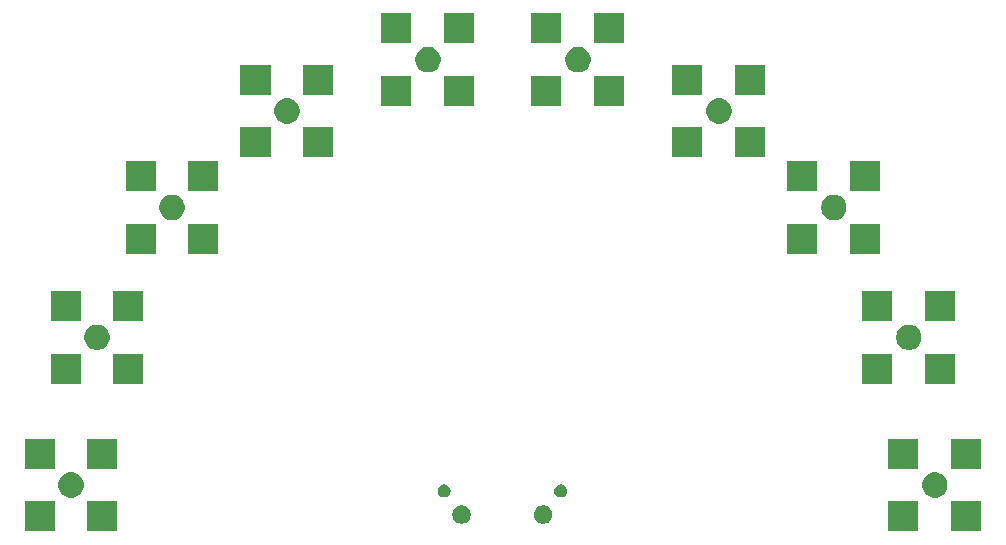
<source format=gbr>
G04 #@! TF.GenerationSoftware,KiCad,Pcbnew,(6.0.0-rc1-dev-305-gf0b8b2136)*
G04 #@! TF.CreationDate,2019-06-24T15:23:41-06:00*
G04 #@! TF.ProjectId,Station05,53746174696F6E30352E6B696361645F,rev?*
G04 #@! TF.SameCoordinates,Original*
G04 #@! TF.FileFunction,Soldermask,Top*
G04 #@! TF.FilePolarity,Negative*
%FSLAX46Y46*%
G04 Gerber Fmt 4.6, Leading zero omitted, Abs format (unit mm)*
G04 Created by KiCad (PCBNEW (6.0.0-rc1-dev-305-gf0b8b2136)) date 06/24/19 15:23:41*
%MOMM*%
%LPD*%
G01*
G04 APERTURE LIST*
%ADD10C,0.100000*%
G04 APERTURE END LIST*
D10*
G36*
X107362874Y-103931000D02*
X104820874Y-103931000D01*
X104820874Y-101389000D01*
X107362874Y-101389000D01*
X107362874Y-103931000D01*
X107362874Y-103931000D01*
G37*
G36*
X102042874Y-103931000D02*
X99500874Y-103931000D01*
X99500874Y-101389000D01*
X102042874Y-101389000D01*
X102042874Y-103931000D01*
X102042874Y-103931000D01*
G37*
G36*
X180499126Y-103931000D02*
X177957126Y-103931000D01*
X177957126Y-101389000D01*
X180499126Y-101389000D01*
X180499126Y-103931000D01*
X180499126Y-103931000D01*
G37*
G36*
X175179126Y-103931000D02*
X172637126Y-103931000D01*
X172637126Y-101389000D01*
X175179126Y-101389000D01*
X175179126Y-103931000D01*
X175179126Y-103931000D01*
G37*
G36*
X136726349Y-101743820D02*
X136726352Y-101743821D01*
X136726351Y-101743821D01*
X136867574Y-101802317D01*
X136867575Y-101802318D01*
X136994674Y-101887243D01*
X137102757Y-101995326D01*
X137102759Y-101995329D01*
X137187683Y-102122426D01*
X137232927Y-102231657D01*
X137246180Y-102263651D01*
X137276000Y-102413569D01*
X137276000Y-102566431D01*
X137246180Y-102716349D01*
X137246179Y-102716351D01*
X137187683Y-102857574D01*
X137187682Y-102857575D01*
X137102757Y-102984674D01*
X136994674Y-103092757D01*
X136994671Y-103092759D01*
X136867574Y-103177683D01*
X136758343Y-103222927D01*
X136726349Y-103236180D01*
X136576431Y-103266000D01*
X136423569Y-103266000D01*
X136273651Y-103236180D01*
X136241657Y-103222927D01*
X136132426Y-103177683D01*
X136005329Y-103092759D01*
X136005326Y-103092757D01*
X135897243Y-102984674D01*
X135812318Y-102857575D01*
X135812317Y-102857574D01*
X135753821Y-102716351D01*
X135753820Y-102716349D01*
X135724000Y-102566431D01*
X135724000Y-102413569D01*
X135753820Y-102263651D01*
X135767073Y-102231657D01*
X135812317Y-102122426D01*
X135897241Y-101995329D01*
X135897243Y-101995326D01*
X136005326Y-101887243D01*
X136132425Y-101802318D01*
X136132426Y-101802317D01*
X136273649Y-101743821D01*
X136273648Y-101743821D01*
X136273651Y-101743820D01*
X136423569Y-101714000D01*
X136576431Y-101714000D01*
X136726349Y-101743820D01*
X136726349Y-101743820D01*
G37*
G36*
X143646349Y-101743820D02*
X143646352Y-101743821D01*
X143646351Y-101743821D01*
X143787574Y-101802317D01*
X143787575Y-101802318D01*
X143914674Y-101887243D01*
X144022757Y-101995326D01*
X144022759Y-101995329D01*
X144107683Y-102122426D01*
X144152927Y-102231657D01*
X144166180Y-102263651D01*
X144196000Y-102413569D01*
X144196000Y-102566431D01*
X144166180Y-102716349D01*
X144166179Y-102716351D01*
X144107683Y-102857574D01*
X144107682Y-102857575D01*
X144022757Y-102984674D01*
X143914674Y-103092757D01*
X143914671Y-103092759D01*
X143787574Y-103177683D01*
X143678343Y-103222927D01*
X143646349Y-103236180D01*
X143496431Y-103266000D01*
X143343569Y-103266000D01*
X143193651Y-103236180D01*
X143161657Y-103222927D01*
X143052426Y-103177683D01*
X142925329Y-103092759D01*
X142925326Y-103092757D01*
X142817243Y-102984674D01*
X142732318Y-102857575D01*
X142732317Y-102857574D01*
X142673821Y-102716351D01*
X142673820Y-102716349D01*
X142644000Y-102566431D01*
X142644000Y-102413569D01*
X142673820Y-102263651D01*
X142687073Y-102231657D01*
X142732317Y-102122426D01*
X142817241Y-101995329D01*
X142817243Y-101995326D01*
X142925326Y-101887243D01*
X143052425Y-101802318D01*
X143052426Y-101802317D01*
X143193649Y-101743821D01*
X143193648Y-101743821D01*
X143193651Y-101743820D01*
X143343569Y-101714000D01*
X143496431Y-101714000D01*
X143646349Y-101743820D01*
X143646349Y-101743820D01*
G37*
G36*
X176726073Y-98934338D02*
X176881984Y-98965350D01*
X177077803Y-99046461D01*
X177077804Y-99046462D01*
X177254039Y-99164218D01*
X177403908Y-99314087D01*
X177403910Y-99314090D01*
X177521665Y-99490323D01*
X177602776Y-99686142D01*
X177633789Y-99842053D01*
X177644126Y-99894022D01*
X177644126Y-100105978D01*
X177633788Y-100157947D01*
X177602776Y-100313858D01*
X177521665Y-100509677D01*
X177405495Y-100683538D01*
X177403908Y-100685913D01*
X177254039Y-100835782D01*
X177254036Y-100835784D01*
X177077803Y-100953539D01*
X176881984Y-101034650D01*
X176726073Y-101065663D01*
X176674104Y-101076000D01*
X176462148Y-101076000D01*
X176410179Y-101065663D01*
X176254268Y-101034650D01*
X176058449Y-100953539D01*
X175882216Y-100835784D01*
X175882213Y-100835782D01*
X175732344Y-100685913D01*
X175730757Y-100683538D01*
X175614587Y-100509677D01*
X175533476Y-100313858D01*
X175502464Y-100157947D01*
X175492126Y-100105978D01*
X175492126Y-99894022D01*
X175502463Y-99842053D01*
X175533476Y-99686142D01*
X175614587Y-99490323D01*
X175732342Y-99314090D01*
X175732344Y-99314087D01*
X175882213Y-99164218D01*
X176058448Y-99046462D01*
X176058449Y-99046461D01*
X176254268Y-98965350D01*
X176410179Y-98934337D01*
X176462148Y-98924000D01*
X176674104Y-98924000D01*
X176726073Y-98934338D01*
X176726073Y-98934338D01*
G37*
G36*
X103589821Y-98934338D02*
X103745732Y-98965350D01*
X103941551Y-99046461D01*
X103941552Y-99046462D01*
X104117787Y-99164218D01*
X104267656Y-99314087D01*
X104267658Y-99314090D01*
X104385413Y-99490323D01*
X104466524Y-99686142D01*
X104497536Y-99842053D01*
X104507874Y-99894022D01*
X104507874Y-100105978D01*
X104497537Y-100157947D01*
X104466524Y-100313858D01*
X104385413Y-100509677D01*
X104269243Y-100683538D01*
X104267656Y-100685913D01*
X104117787Y-100835782D01*
X104117784Y-100835784D01*
X103941551Y-100953539D01*
X103745732Y-101034650D01*
X103589821Y-101065663D01*
X103537852Y-101076000D01*
X103325896Y-101076000D01*
X103273927Y-101065663D01*
X103118016Y-101034650D01*
X102922197Y-100953539D01*
X102745964Y-100835784D01*
X102745961Y-100835782D01*
X102596092Y-100685913D01*
X102594505Y-100683538D01*
X102478335Y-100509677D01*
X102397224Y-100313858D01*
X102366211Y-100157947D01*
X102355874Y-100105978D01*
X102355874Y-99894022D01*
X102366212Y-99842053D01*
X102397224Y-99686142D01*
X102478335Y-99490323D01*
X102596090Y-99314090D01*
X102596092Y-99314087D01*
X102745961Y-99164218D01*
X102922196Y-99046462D01*
X102922197Y-99046461D01*
X103118016Y-98965350D01*
X103273927Y-98934337D01*
X103325896Y-98924000D01*
X103537852Y-98924000D01*
X103589821Y-98934338D01*
X103589821Y-98934338D01*
G37*
G36*
X145055721Y-99960174D02*
X145155995Y-100001709D01*
X145246245Y-100062012D01*
X145322988Y-100138755D01*
X145383291Y-100229005D01*
X145424826Y-100329279D01*
X145446000Y-100435730D01*
X145446000Y-100544270D01*
X145424826Y-100650721D01*
X145383291Y-100750995D01*
X145322988Y-100841245D01*
X145246245Y-100917988D01*
X145155995Y-100978291D01*
X145055721Y-101019826D01*
X144949270Y-101041000D01*
X144840730Y-101041000D01*
X144734279Y-101019826D01*
X144634005Y-100978291D01*
X144543755Y-100917988D01*
X144467012Y-100841245D01*
X144406709Y-100750995D01*
X144365174Y-100650721D01*
X144344000Y-100544270D01*
X144344000Y-100435730D01*
X144365174Y-100329279D01*
X144406709Y-100229005D01*
X144467012Y-100138755D01*
X144543755Y-100062012D01*
X144634005Y-100001709D01*
X144734279Y-99960174D01*
X144840730Y-99939000D01*
X144949270Y-99939000D01*
X145055721Y-99960174D01*
X145055721Y-99960174D01*
G37*
G36*
X135185721Y-99960174D02*
X135285995Y-100001709D01*
X135376245Y-100062012D01*
X135452988Y-100138755D01*
X135513291Y-100229005D01*
X135554826Y-100329279D01*
X135576000Y-100435730D01*
X135576000Y-100544270D01*
X135554826Y-100650721D01*
X135513291Y-100750995D01*
X135452988Y-100841245D01*
X135376245Y-100917988D01*
X135285995Y-100978291D01*
X135185721Y-101019826D01*
X135079270Y-101041000D01*
X134970730Y-101041000D01*
X134864279Y-101019826D01*
X134764005Y-100978291D01*
X134673755Y-100917988D01*
X134597012Y-100841245D01*
X134536709Y-100750995D01*
X134495174Y-100650721D01*
X134474000Y-100544270D01*
X134474000Y-100435730D01*
X134495174Y-100329279D01*
X134536709Y-100229005D01*
X134597012Y-100138755D01*
X134673755Y-100062012D01*
X134764005Y-100001709D01*
X134864279Y-99960174D01*
X134970730Y-99939000D01*
X135079270Y-99939000D01*
X135185721Y-99960174D01*
X135185721Y-99960174D01*
G37*
G36*
X107362874Y-98611000D02*
X104820874Y-98611000D01*
X104820874Y-96069000D01*
X107362874Y-96069000D01*
X107362874Y-98611000D01*
X107362874Y-98611000D01*
G37*
G36*
X102042874Y-98611000D02*
X99500874Y-98611000D01*
X99500874Y-96069000D01*
X102042874Y-96069000D01*
X102042874Y-98611000D01*
X102042874Y-98611000D01*
G37*
G36*
X180499126Y-98611000D02*
X177957126Y-98611000D01*
X177957126Y-96069000D01*
X180499126Y-96069000D01*
X180499126Y-98611000D01*
X180499126Y-98611000D01*
G37*
G36*
X175179126Y-98611000D02*
X172637126Y-98611000D01*
X172637126Y-96069000D01*
X175179126Y-96069000D01*
X175179126Y-98611000D01*
X175179126Y-98611000D01*
G37*
G36*
X104248200Y-91423960D02*
X101706200Y-91423960D01*
X101706200Y-88881960D01*
X104248200Y-88881960D01*
X104248200Y-91423960D01*
X104248200Y-91423960D01*
G37*
G36*
X109568200Y-91423960D02*
X107026200Y-91423960D01*
X107026200Y-88881960D01*
X109568200Y-88881960D01*
X109568200Y-91423960D01*
X109568200Y-91423960D01*
G37*
G36*
X178293800Y-91423960D02*
X175751800Y-91423960D01*
X175751800Y-88881960D01*
X178293800Y-88881960D01*
X178293800Y-91423960D01*
X178293800Y-91423960D01*
G37*
G36*
X172973800Y-91423960D02*
X170431800Y-91423960D01*
X170431800Y-88881960D01*
X172973800Y-88881960D01*
X172973800Y-91423960D01*
X172973800Y-91423960D01*
G37*
G36*
X174520747Y-86427298D02*
X174676658Y-86458310D01*
X174872477Y-86539421D01*
X174872478Y-86539422D01*
X175048713Y-86657178D01*
X175198582Y-86807047D01*
X175198584Y-86807050D01*
X175316339Y-86983283D01*
X175397450Y-87179102D01*
X175438800Y-87386983D01*
X175438800Y-87598937D01*
X175397450Y-87806818D01*
X175316339Y-88002637D01*
X175316338Y-88002638D01*
X175198582Y-88178873D01*
X175048713Y-88328742D01*
X175048710Y-88328744D01*
X174872477Y-88446499D01*
X174676658Y-88527610D01*
X174520747Y-88558622D01*
X174468778Y-88568960D01*
X174256822Y-88568960D01*
X174204853Y-88558622D01*
X174048942Y-88527610D01*
X173853123Y-88446499D01*
X173676890Y-88328744D01*
X173676887Y-88328742D01*
X173527018Y-88178873D01*
X173409262Y-88002638D01*
X173409261Y-88002637D01*
X173328150Y-87806818D01*
X173286800Y-87598937D01*
X173286800Y-87386983D01*
X173328150Y-87179102D01*
X173409261Y-86983283D01*
X173527016Y-86807050D01*
X173527018Y-86807047D01*
X173676887Y-86657178D01*
X173853122Y-86539422D01*
X173853123Y-86539421D01*
X174048942Y-86458310D01*
X174204853Y-86427298D01*
X174256822Y-86416960D01*
X174468778Y-86416960D01*
X174520747Y-86427298D01*
X174520747Y-86427298D01*
G37*
G36*
X105795147Y-86427298D02*
X105951058Y-86458310D01*
X106146877Y-86539421D01*
X106146878Y-86539422D01*
X106323113Y-86657178D01*
X106472982Y-86807047D01*
X106472984Y-86807050D01*
X106590739Y-86983283D01*
X106671850Y-87179102D01*
X106713200Y-87386983D01*
X106713200Y-87598937D01*
X106671850Y-87806818D01*
X106590739Y-88002637D01*
X106590738Y-88002638D01*
X106472982Y-88178873D01*
X106323113Y-88328742D01*
X106323110Y-88328744D01*
X106146877Y-88446499D01*
X105951058Y-88527610D01*
X105795147Y-88558622D01*
X105743178Y-88568960D01*
X105531222Y-88568960D01*
X105479253Y-88558622D01*
X105323342Y-88527610D01*
X105127523Y-88446499D01*
X104951290Y-88328744D01*
X104951287Y-88328742D01*
X104801418Y-88178873D01*
X104683662Y-88002638D01*
X104683661Y-88002637D01*
X104602550Y-87806818D01*
X104561200Y-87598937D01*
X104561200Y-87386983D01*
X104602550Y-87179102D01*
X104683661Y-86983283D01*
X104801416Y-86807050D01*
X104801418Y-86807047D01*
X104951287Y-86657178D01*
X105127522Y-86539422D01*
X105127523Y-86539421D01*
X105323342Y-86458310D01*
X105479253Y-86427298D01*
X105531222Y-86416960D01*
X105743178Y-86416960D01*
X105795147Y-86427298D01*
X105795147Y-86427298D01*
G37*
G36*
X178293800Y-86103960D02*
X175751800Y-86103960D01*
X175751800Y-83561960D01*
X178293800Y-83561960D01*
X178293800Y-86103960D01*
X178293800Y-86103960D01*
G37*
G36*
X172973800Y-86103960D02*
X170431800Y-86103960D01*
X170431800Y-83561960D01*
X172973800Y-83561960D01*
X172973800Y-86103960D01*
X172973800Y-86103960D01*
G37*
G36*
X109568200Y-86103960D02*
X107026200Y-86103960D01*
X107026200Y-83561960D01*
X109568200Y-83561960D01*
X109568200Y-86103960D01*
X109568200Y-86103960D01*
G37*
G36*
X104248200Y-86103960D02*
X101706200Y-86103960D01*
X101706200Y-83561960D01*
X104248200Y-83561960D01*
X104248200Y-86103960D01*
X104248200Y-86103960D01*
G37*
G36*
X166623810Y-80425460D02*
X164081810Y-80425460D01*
X164081810Y-77883460D01*
X166623810Y-77883460D01*
X166623810Y-80425460D01*
X166623810Y-80425460D01*
G37*
G36*
X171943810Y-80425460D02*
X169401810Y-80425460D01*
X169401810Y-77883460D01*
X171943810Y-77883460D01*
X171943810Y-80425460D01*
X171943810Y-80425460D01*
G37*
G36*
X115918190Y-80425460D02*
X113376190Y-80425460D01*
X113376190Y-77883460D01*
X115918190Y-77883460D01*
X115918190Y-80425460D01*
X115918190Y-80425460D01*
G37*
G36*
X110598190Y-80425460D02*
X108056190Y-80425460D01*
X108056190Y-77883460D01*
X110598190Y-77883460D01*
X110598190Y-80425460D01*
X110598190Y-80425460D01*
G37*
G36*
X168170757Y-75428798D02*
X168326668Y-75459810D01*
X168522487Y-75540921D01*
X168522488Y-75540922D01*
X168698723Y-75658678D01*
X168848592Y-75808547D01*
X168848594Y-75808550D01*
X168966349Y-75984783D01*
X169047460Y-76180602D01*
X169088810Y-76388483D01*
X169088810Y-76600437D01*
X169047460Y-76808318D01*
X168966349Y-77004137D01*
X168966348Y-77004138D01*
X168848592Y-77180373D01*
X168698723Y-77330242D01*
X168698720Y-77330244D01*
X168522487Y-77447999D01*
X168326668Y-77529110D01*
X168170757Y-77560122D01*
X168118788Y-77570460D01*
X167906832Y-77570460D01*
X167854863Y-77560123D01*
X167698952Y-77529110D01*
X167503133Y-77447999D01*
X167326900Y-77330244D01*
X167326897Y-77330242D01*
X167177028Y-77180373D01*
X167059272Y-77004138D01*
X167059271Y-77004137D01*
X166978160Y-76808318D01*
X166936810Y-76600437D01*
X166936810Y-76388483D01*
X166978160Y-76180602D01*
X167059271Y-75984783D01*
X167177026Y-75808550D01*
X167177028Y-75808547D01*
X167326897Y-75658678D01*
X167503132Y-75540922D01*
X167503133Y-75540921D01*
X167698952Y-75459810D01*
X167854863Y-75428798D01*
X167906832Y-75418460D01*
X168118788Y-75418460D01*
X168170757Y-75428798D01*
X168170757Y-75428798D01*
G37*
G36*
X112145137Y-75428798D02*
X112301048Y-75459810D01*
X112496867Y-75540921D01*
X112496868Y-75540922D01*
X112673103Y-75658678D01*
X112822972Y-75808547D01*
X112822974Y-75808550D01*
X112940729Y-75984783D01*
X113021840Y-76180602D01*
X113063190Y-76388483D01*
X113063190Y-76600437D01*
X113021840Y-76808318D01*
X112940729Y-77004137D01*
X112940728Y-77004138D01*
X112822972Y-77180373D01*
X112673103Y-77330242D01*
X112673100Y-77330244D01*
X112496867Y-77447999D01*
X112301048Y-77529110D01*
X112145137Y-77560123D01*
X112093168Y-77570460D01*
X111881212Y-77570460D01*
X111829243Y-77560123D01*
X111673332Y-77529110D01*
X111477513Y-77447999D01*
X111301280Y-77330244D01*
X111301277Y-77330242D01*
X111151408Y-77180373D01*
X111033652Y-77004138D01*
X111033651Y-77004137D01*
X110952540Y-76808318D01*
X110911190Y-76600437D01*
X110911190Y-76388483D01*
X110952540Y-76180602D01*
X111033651Y-75984783D01*
X111151406Y-75808550D01*
X111151408Y-75808547D01*
X111301277Y-75658678D01*
X111477512Y-75540922D01*
X111477513Y-75540921D01*
X111673332Y-75459810D01*
X111829243Y-75428798D01*
X111881212Y-75418460D01*
X112093168Y-75418460D01*
X112145137Y-75428798D01*
X112145137Y-75428798D01*
G37*
G36*
X171943810Y-75105460D02*
X169401810Y-75105460D01*
X169401810Y-72563460D01*
X171943810Y-72563460D01*
X171943810Y-75105460D01*
X171943810Y-75105460D01*
G37*
G36*
X166623810Y-75105460D02*
X164081810Y-75105460D01*
X164081810Y-72563460D01*
X166623810Y-72563460D01*
X166623810Y-75105460D01*
X166623810Y-75105460D01*
G37*
G36*
X115918190Y-75105460D02*
X113376190Y-75105460D01*
X113376190Y-72563460D01*
X115918190Y-72563460D01*
X115918190Y-75105460D01*
X115918190Y-75105460D01*
G37*
G36*
X110598190Y-75105460D02*
X108056190Y-75105460D01*
X108056190Y-72563460D01*
X110598190Y-72563460D01*
X110598190Y-75105460D01*
X110598190Y-75105460D01*
G37*
G36*
X156895063Y-72262070D02*
X154353063Y-72262070D01*
X154353063Y-69720070D01*
X156895063Y-69720070D01*
X156895063Y-72262070D01*
X156895063Y-72262070D01*
G37*
G36*
X120326937Y-72262070D02*
X117784937Y-72262070D01*
X117784937Y-69720070D01*
X120326937Y-69720070D01*
X120326937Y-72262070D01*
X120326937Y-72262070D01*
G37*
G36*
X125646937Y-72262070D02*
X123104937Y-72262070D01*
X123104937Y-69720070D01*
X125646937Y-69720070D01*
X125646937Y-72262070D01*
X125646937Y-72262070D01*
G37*
G36*
X162215063Y-72262070D02*
X159673063Y-72262070D01*
X159673063Y-69720070D01*
X162215063Y-69720070D01*
X162215063Y-72262070D01*
X162215063Y-72262070D01*
G37*
G36*
X121873884Y-67265408D02*
X122029795Y-67296420D01*
X122225614Y-67377531D01*
X122225615Y-67377532D01*
X122401850Y-67495288D01*
X122551719Y-67645157D01*
X122551721Y-67645160D01*
X122669476Y-67821393D01*
X122750587Y-68017212D01*
X122791937Y-68225093D01*
X122791937Y-68437047D01*
X122750587Y-68644928D01*
X122669476Y-68840747D01*
X122669475Y-68840748D01*
X122551719Y-69016983D01*
X122401850Y-69166852D01*
X122401847Y-69166854D01*
X122225614Y-69284609D01*
X122029795Y-69365720D01*
X121873884Y-69396733D01*
X121821915Y-69407070D01*
X121609959Y-69407070D01*
X121557990Y-69396733D01*
X121402079Y-69365720D01*
X121206260Y-69284609D01*
X121030027Y-69166854D01*
X121030024Y-69166852D01*
X120880155Y-69016983D01*
X120762399Y-68840748D01*
X120762398Y-68840747D01*
X120681287Y-68644928D01*
X120639937Y-68437047D01*
X120639937Y-68225093D01*
X120681287Y-68017212D01*
X120762398Y-67821393D01*
X120880153Y-67645160D01*
X120880155Y-67645157D01*
X121030024Y-67495288D01*
X121206259Y-67377532D01*
X121206260Y-67377531D01*
X121402079Y-67296420D01*
X121557990Y-67265408D01*
X121609959Y-67255070D01*
X121821915Y-67255070D01*
X121873884Y-67265408D01*
X121873884Y-67265408D01*
G37*
G36*
X158442010Y-67265408D02*
X158597921Y-67296420D01*
X158793740Y-67377531D01*
X158793741Y-67377532D01*
X158969976Y-67495288D01*
X159119845Y-67645157D01*
X159119847Y-67645160D01*
X159237602Y-67821393D01*
X159318713Y-68017212D01*
X159360063Y-68225093D01*
X159360063Y-68437047D01*
X159318713Y-68644928D01*
X159237602Y-68840747D01*
X159237601Y-68840748D01*
X159119845Y-69016983D01*
X158969976Y-69166852D01*
X158969973Y-69166854D01*
X158793740Y-69284609D01*
X158597921Y-69365720D01*
X158442010Y-69396733D01*
X158390041Y-69407070D01*
X158178085Y-69407070D01*
X158126116Y-69396733D01*
X157970205Y-69365720D01*
X157774386Y-69284609D01*
X157598153Y-69166854D01*
X157598150Y-69166852D01*
X157448281Y-69016983D01*
X157330525Y-68840748D01*
X157330524Y-68840747D01*
X157249413Y-68644928D01*
X157208063Y-68437047D01*
X157208063Y-68225093D01*
X157249413Y-68017212D01*
X157330524Y-67821393D01*
X157448279Y-67645160D01*
X157448281Y-67645157D01*
X157598150Y-67495288D01*
X157774385Y-67377532D01*
X157774386Y-67377531D01*
X157970205Y-67296420D01*
X158126116Y-67265408D01*
X158178085Y-67255070D01*
X158390041Y-67255070D01*
X158442010Y-67265408D01*
X158442010Y-67265408D01*
G37*
G36*
X144960990Y-67918430D02*
X142418990Y-67918430D01*
X142418990Y-65376430D01*
X144960990Y-65376430D01*
X144960990Y-67918430D01*
X144960990Y-67918430D01*
G37*
G36*
X150280990Y-67918430D02*
X147738990Y-67918430D01*
X147738990Y-65376430D01*
X150280990Y-65376430D01*
X150280990Y-67918430D01*
X150280990Y-67918430D01*
G37*
G36*
X137581010Y-67918430D02*
X135039010Y-67918430D01*
X135039010Y-65376430D01*
X137581010Y-65376430D01*
X137581010Y-67918430D01*
X137581010Y-67918430D01*
G37*
G36*
X132261010Y-67918430D02*
X129719010Y-67918430D01*
X129719010Y-65376430D01*
X132261010Y-65376430D01*
X132261010Y-67918430D01*
X132261010Y-67918430D01*
G37*
G36*
X156895063Y-66942070D02*
X154353063Y-66942070D01*
X154353063Y-64400070D01*
X156895063Y-64400070D01*
X156895063Y-66942070D01*
X156895063Y-66942070D01*
G37*
G36*
X162215063Y-66942070D02*
X159673063Y-66942070D01*
X159673063Y-64400070D01*
X162215063Y-64400070D01*
X162215063Y-66942070D01*
X162215063Y-66942070D01*
G37*
G36*
X125646937Y-66942070D02*
X123104937Y-66942070D01*
X123104937Y-64400070D01*
X125646937Y-64400070D01*
X125646937Y-66942070D01*
X125646937Y-66942070D01*
G37*
G36*
X120326937Y-66942070D02*
X117784937Y-66942070D01*
X117784937Y-64400070D01*
X120326937Y-64400070D01*
X120326937Y-66942070D01*
X120326937Y-66942070D01*
G37*
G36*
X133807957Y-62921767D02*
X133963868Y-62952780D01*
X134159687Y-63033891D01*
X134159688Y-63033892D01*
X134335923Y-63151648D01*
X134485792Y-63301517D01*
X134485794Y-63301520D01*
X134603549Y-63477753D01*
X134684660Y-63673572D01*
X134726010Y-63881453D01*
X134726010Y-64093407D01*
X134684660Y-64301288D01*
X134603549Y-64497107D01*
X134603548Y-64497108D01*
X134485792Y-64673343D01*
X134335923Y-64823212D01*
X134335920Y-64823214D01*
X134159687Y-64940969D01*
X133963868Y-65022080D01*
X133807957Y-65053092D01*
X133755988Y-65063430D01*
X133544032Y-65063430D01*
X133492063Y-65053092D01*
X133336152Y-65022080D01*
X133140333Y-64940969D01*
X132964100Y-64823214D01*
X132964097Y-64823212D01*
X132814228Y-64673343D01*
X132696472Y-64497108D01*
X132696471Y-64497107D01*
X132615360Y-64301288D01*
X132574010Y-64093407D01*
X132574010Y-63881453D01*
X132615360Y-63673572D01*
X132696471Y-63477753D01*
X132814226Y-63301520D01*
X132814228Y-63301517D01*
X132964097Y-63151648D01*
X133140332Y-63033892D01*
X133140333Y-63033891D01*
X133336152Y-62952780D01*
X133492063Y-62921767D01*
X133544032Y-62911430D01*
X133755988Y-62911430D01*
X133807957Y-62921767D01*
X133807957Y-62921767D01*
G37*
G36*
X146507937Y-62921767D02*
X146663848Y-62952780D01*
X146859667Y-63033891D01*
X146859668Y-63033892D01*
X147035903Y-63151648D01*
X147185772Y-63301517D01*
X147185774Y-63301520D01*
X147303529Y-63477753D01*
X147384640Y-63673572D01*
X147425990Y-63881453D01*
X147425990Y-64093407D01*
X147384640Y-64301288D01*
X147303529Y-64497107D01*
X147303528Y-64497108D01*
X147185772Y-64673343D01*
X147035903Y-64823212D01*
X147035900Y-64823214D01*
X146859667Y-64940969D01*
X146663848Y-65022080D01*
X146507937Y-65053092D01*
X146455968Y-65063430D01*
X146244012Y-65063430D01*
X146192043Y-65053092D01*
X146036132Y-65022080D01*
X145840313Y-64940969D01*
X145664080Y-64823214D01*
X145664077Y-64823212D01*
X145514208Y-64673343D01*
X145396452Y-64497108D01*
X145396451Y-64497107D01*
X145315340Y-64301288D01*
X145273990Y-64093407D01*
X145273990Y-63881453D01*
X145315340Y-63673572D01*
X145396451Y-63477753D01*
X145514206Y-63301520D01*
X145514208Y-63301517D01*
X145664077Y-63151648D01*
X145840312Y-63033892D01*
X145840313Y-63033891D01*
X146036132Y-62952780D01*
X146192043Y-62921767D01*
X146244012Y-62911430D01*
X146455968Y-62911430D01*
X146507937Y-62921767D01*
X146507937Y-62921767D01*
G37*
G36*
X150280990Y-62598430D02*
X147738990Y-62598430D01*
X147738990Y-60056430D01*
X150280990Y-60056430D01*
X150280990Y-62598430D01*
X150280990Y-62598430D01*
G37*
G36*
X144960990Y-62598430D02*
X142418990Y-62598430D01*
X142418990Y-60056430D01*
X144960990Y-60056430D01*
X144960990Y-62598430D01*
X144960990Y-62598430D01*
G37*
G36*
X137581010Y-62598430D02*
X135039010Y-62598430D01*
X135039010Y-60056430D01*
X137581010Y-60056430D01*
X137581010Y-62598430D01*
X137581010Y-62598430D01*
G37*
G36*
X132261010Y-62598430D02*
X129719010Y-62598430D01*
X129719010Y-60056430D01*
X132261010Y-60056430D01*
X132261010Y-62598430D01*
X132261010Y-62598430D01*
G37*
M02*

</source>
